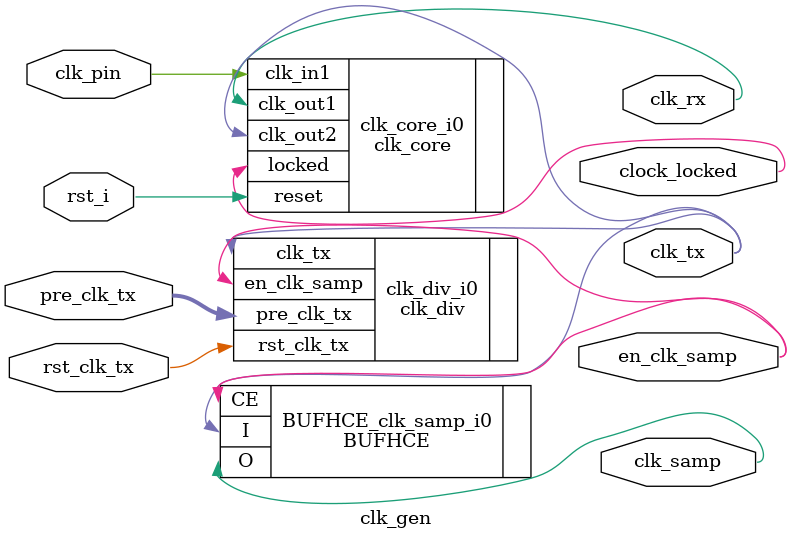
<source format=v>

`timescale 1ns/1ps


module clk_gen (
  input             clk_pin,         // Input clock pin - IBUFGDS is in core
  input             rst_i,           // Asynchronous input from IBUF

  input             rst_clk_tx,      // For clock divider
  
  input      [15:0] pre_clk_tx,      // Current divider

  output            clk_rx,          // Receive clock
  output            clk_tx,          // Transmit clock
  output            clk_samp,        // Sample clock

  output            en_clk_samp,     // Enable for clk_samp
  output            clock_locked     // Locked signal from MMCM
);

//***************************************************************************
// Function definitions
//***************************************************************************

//***************************************************************************
// Parameter definitions
//***************************************************************************

//***************************************************************************
// Reg declarations
//***************************************************************************

//***************************************************************************
// Wire declarations
//***************************************************************************

//***************************************************************************
// Code
//***************************************************************************

  // Instantiate the prescale divider

  clk_div clk_div_i0 (
    .clk_tx          (clk_tx),
    .rst_clk_tx      (rst_clk_tx),
    .pre_clk_tx      (pre_clk_tx),
    .en_clk_samp     (en_clk_samp)
  );

  // Instantiate clk_core - generated by the Clocking Wizard

    clk_core clk_core_i0
     (
     // Clock in ports
      .clk_in1(clk_pin),      // input clk_in1
      // Clock out ports
      .clk_out1(clk_rx),     // output clk_out1
      .clk_out2(clk_tx),     // output clk_out2
      // Status and control signals
      .reset(rst_i), // input reset
      .locked(clock_locked));      // output locked
  // Insert Clock Core here

  BUFHCE #(
   .INIT_OUT(0)  // Initial output value
  )
  BUFHCE_clk_samp_i0
  (
     .O        (clk_samp),   // 1-bit The output of the BUFH
     .CE       (en_clk_samp),// 1-bit Enables propagation of signal from I to O
     .I        (clk_tx)      // 1-bit The input to the BUFH
  ); // BUFHCE
  


endmodule

</source>
